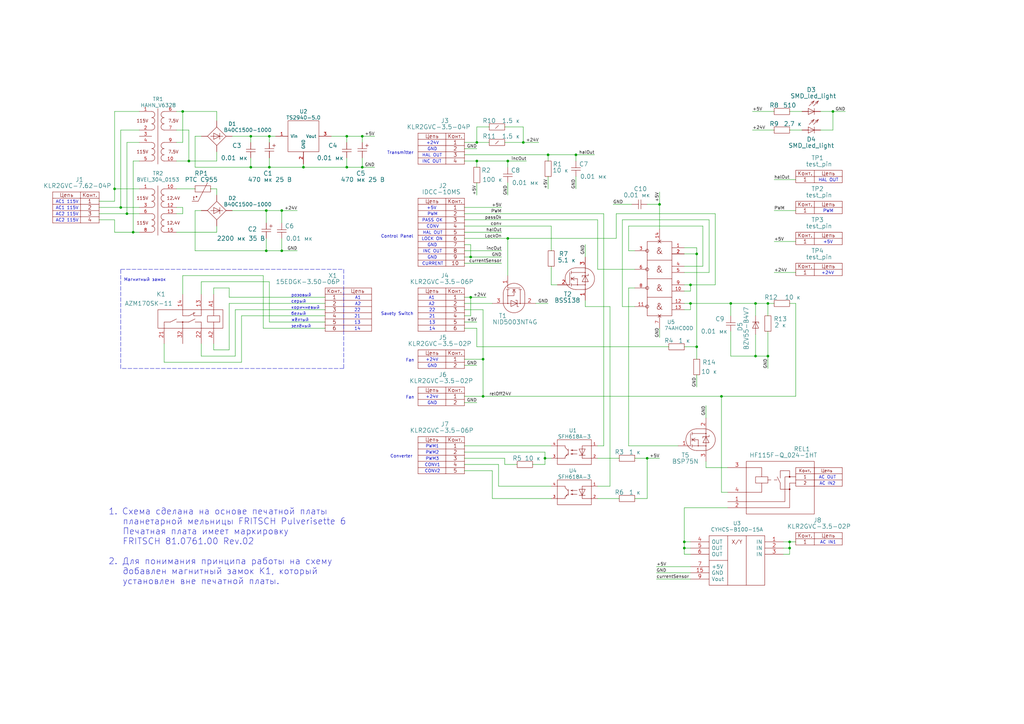
<source format=kicad_sch>
(kicad_sch (version 20211123) (generator eeschema)
  (paper "A3")
  (lib_symbols
    (symbol "IWrelays:AZM170SK-11" (pin_names (offset 1.016) hide)
      (property "Reference" "K" (at 8.89 8.89 0))
      (property "Value" "AZM170SK-11" (at 10.16 6.35 0))
      (symbol "AZM170SK-11_1_1"
        (pin passive line (at 0 -5.08 0) (length 7.62) (name "~") (number "13"))
        (pin passive line (at 0 -12.7 0) (length 7.62) (name "~") (number "14"))
        (pin passive line (at 20.32 -20.32 180) (length 7.62) (name "~") (number "21"))
        (pin passive line (at 20.32 -5.08 180) (length 7.62) (name "~") (number "22"))
        (pin passive line (at 20.32 -12.7 180) (length 7.62) (name "~") (number "32"))
        (pin passive line (at 0 0 0) (length 7.62) (name "~") (number "A1"))
        (pin passive line (at 20.32 0 180) (length 7.62) (name "~") (number "A2"))
      )
    )
    (symbol "IWrelays:HF115F-Q_0xx-1HT" (pin_names (offset 1.016) hide)
      (property "Reference" "K" (at 10.16 5.08 0))
      (property "Value" "HF115F-Q_0xx-1HT" (at 11.43 2.54 0))
      (symbol "HF115F-Q_0xx-1HT_0_0"
        (text "1" (at -3.81 -6.35 0) (effects (font (size 1.27 1.27))))
        (text "2" (at -3.81 -8.89 0) (effects (font (size 1.27 1.27))))
        (text "Конт." (at -3.81 -3.81 0) (effects (font (size 1.27 1.27))))
        (text "Цепь" (at -12.7 -3.81 0) (effects (font (size 1.27 1.27))))
      )
      (symbol "HF115F-Q_0xx-1HT_1_1"
        (pin passive line (at 27.94 -16.51 180) (length 7.62) (name "~") (number "1"))
        (pin passive line (at 27.94 -19.05 180) (length 7.62) (name "~") (number "2"))
        (pin passive line (at 27.94 -2.54 180) (length 7.62) (name "~") (number "3"))
        (pin passive line (at 27.94 -12.7 180) (length 7.62) (name "~") (number "4"))
      )
    )
    (symbol "IWsensors:CYHCS-B100" (pin_names (offset 1.016))
      (property "Reference" "DA" (at 11.43 5.08 0))
      (property "Value" "CYHCS-B100" (at 11.43 2.54 0))
      (symbol "CYHCS-B100_0_0"
        (text "X/Y" (at 11.43 -2.54 0) (effects (font (size 1.524 1.524))))
        (pin input line (at -7.62 -2.54 0) (length 7.62) (name "IN") (number "1"))
        (pin passive line (at 30.48 -15.24 180) (length 7.62) (name "GND") (number "15"))
        (pin input line (at -7.62 -5.08 0) (length 7.62) (name "IN") (number "2"))
        (pin input line (at -7.62 -7.62 0) (length 7.62) (name "IN") (number "3"))
        (pin input line (at 30.48 -2.54 180) (length 7.62) (name "OUT") (number "4"))
        (pin input line (at 30.48 -5.08 180) (length 7.62) (name "OUT") (number "5"))
        (pin input line (at 30.48 -7.62 180) (length 7.62) (name "OUT") (number "6"))
        (pin power_in line (at 30.48 -12.7 180) (length 7.62) (name "+5V") (number "7"))
        (pin output line (at 30.48 -17.78 180) (length 7.62) (name "Vout") (number "9"))
      )
    )
    (symbol "LFcapitors:CAPITORS" (pin_numbers hide) (pin_names (offset 1.016))
      (property "Reference" "C" (at 3.175 6.985 0))
      (property "Value" "CAPITORS" (at 3.175 4.445 0))
      (symbol "CAPITORS_1_1"
        (pin passive line (at 0 0 0) (length 2.4892) (name "~") (number "1"))
        (pin passive line (at 6.35 0 180) (length 2.794) (name "~") (number "2"))
      )
    )
    (symbol "LFcapitors:CAPITORS_ELECTROLYTIC" (pin_numbers hide) (pin_names (offset 1.016))
      (property "Reference" "C" (at 3.175 6.985 0))
      (property "Value" "CAPITORS_ELECTROLYTIC" (at 3.175 4.445 0))
      (symbol "CAPITORS_ELECTROLYTIC_1_1"
        (pin passive line (at 0 0 0) (length 2.4892) (name "~") (number "1"))
        (pin passive line (at 6.35 0 180) (length 2.794) (name "~") (number "2"))
      )
    )
    (symbol "LFcomponents:74AHC00D" (pin_names (offset 1.016))
      (property "Reference" "DD" (at 15.24 5.08 0))
      (property "Value" "74AHC00D" (at 13.97 2.54 0))
      (symbol "74AHC00D_0_0"
        (text "&" (at 5.08 -26.67 0) (effects (font (size 2.54 2.54))))
        (text "&" (at 5.08 -19.05 0) (effects (font (size 2.54 2.54))))
        (text "&" (at 5.08 -11.43 0) (effects (font (size 2.54 2.54))))
        (text "&" (at 5.08 -3.81 0) (effects (font (size 2.54 2.54))))
      )
      (symbol "74AHC00D_1_1"
        (pin passive line (at -5.08 -2.54 0) (length 5.08) (name "~") (number "1"))
        (pin passive line (at -5.08 -20.32 0) (length 5.08) (name "~") (number "10"))
        (pin passive line (at 15.24 -26.67 180) (length 5.08) (name "~") (number "11"))
        (pin passive line (at -5.08 -25.4 0) (length 5.08) (name "~") (number "12"))
        (pin passive line (at -5.08 -27.94 0) (length 5.08) (name "~") (number "13"))
        (pin passive line (at 5.08 5.08 270) (length 5.08) (name "~") (number "14"))
        (pin passive line (at -5.08 -5.08 0) (length 5.08) (name "~") (number "2"))
        (pin passive line (at -5.08 -5.08 0) (length 5.08) (name "~") (number "2"))
        (pin passive line (at 15.24 -3.81 180) (length 5.08) (name "~") (number "3"))
        (pin passive line (at -5.08 -10.16 0) (length 5.08) (name "~") (number "4"))
        (pin passive line (at -5.08 -12.7 0) (length 5.08) (name "~") (number "5"))
        (pin passive line (at 15.24 -11.43 180) (length 5.08) (name "~") (number "6"))
        (pin passive line (at 5.08 -35.56 90) (length 5.08) (name "~") (number "7"))
        (pin passive line (at 15.24 -19.05 180) (length 5.08) (name "~") (number "8"))
        (pin passive line (at -5.08 -17.78 0) (length 5.08) (name "~") (number "9"))
      )
    )
    (symbol "LFcomponents:7805" (pin_names (offset 1.016))
      (property "Reference" "DA" (at 8.89 3.81 0))
      (property "Value" "7805" (at 8.89 1.27 0))
      (symbol "7805_1_1"
        (pin passive line (at -5.08 -6.35 0) (length 5.08) (name "Vin") (number "1"))
        (pin passive line (at 6.35 -17.78 90) (length 5.08) (name "GND") (number "2"))
        (pin passive line (at 17.78 -6.35 180) (length 5.08) (name "Vout") (number "3"))
      )
    )
    (symbol "LFcomponents:TLP521-1" (pin_names (offset 1.016))
      (property "Reference" "DA" (at 8.89 6.35 0))
      (property "Value" "TLP521-1" (at 8.89 3.81 0))
      (symbol "TLP521-1_1_1"
        (pin passive line (at 0 0 0) (length 2.54) (name "~") (number "1"))
        (pin passive line (at 0 -5.08 0) (length 2.54) (name "~") (number "2"))
        (pin passive line (at 19.05 -5.08 180) (length 2.54) (name "~") (number "3"))
        (pin passive line (at 19.05 0 180) (length 2.54) (name "~") (number "4"))
      )
    )
    (symbol "LFconnectors:connector_10pin_gost" (pin_numbers hide) (pin_names (offset 1.016) hide)
      (property "Reference" "X" (at 6.985 7.62 0))
      (property "Value" "connector_10pin_gost" (at -1.27 5.08 0))
      (symbol "connector_10pin_gost_0_0"
        (text "1" (at 3.81 0 0) (effects (font (size 1.524 1.524))))
        (text "10" (at 3.81 -22.86 0) (effects (font (size 1.524 1.524))))
        (text "2" (at 3.81 -2.54 0) (effects (font (size 1.524 1.524))))
        (text "3" (at 3.81 -5.08 0) (effects (font (size 1.524 1.524))))
        (text "4" (at 3.81 -7.62 0) (effects (font (size 1.524 1.524))))
        (text "5" (at 3.81 -10.16 0) (effects (font (size 1.524 1.524))))
        (text "6" (at 3.81 -12.7 0) (effects (font (size 1.524 1.524))))
        (text "7" (at 3.81 -15.24 0) (effects (font (size 1.524 1.524))))
        (text "8" (at 3.81 -17.78 0) (effects (font (size 1.524 1.524))))
        (text "9" (at 3.81 -20.32 0) (effects (font (size 1.524 1.524))))
        (text "Конт." (at 3.81 2.54 0) (effects (font (size 1.524 1.524))))
        (text "Цепь" (at 13.335 2.54 0) (effects (font (size 1.524 1.524))))
      )
      (symbol "connector_10pin_gost_1_1"
        (pin passive line (at 0 0 0) (length 0) (name "~") (number "1"))
        (pin passive line (at 0 -22.86 0) (length 0) (name "~") (number "10"))
        (pin passive line (at 0 -2.54 0) (length 0) (name "~") (number "2"))
        (pin passive line (at 0 -5.08 0) (length 0) (name "~") (number "3"))
        (pin passive line (at 0 -7.62 0) (length 0) (name "~") (number "4"))
        (pin passive line (at 0 -10.16 0) (length 0) (name "~") (number "5"))
        (pin passive line (at 0 -12.7 0) (length 0) (name "~") (number "6"))
        (pin passive line (at 0 -15.24 0) (length 0) (name "~") (number "7"))
        (pin passive line (at 0 -17.78 0) (length 0) (name "~") (number "8"))
        (pin passive line (at 0 -20.32 0) (length 0) (name "~") (number "9"))
      )
    )
    (symbol "LFconnectors:connector_1pin_gost" (pin_numbers hide) (pin_names (offset 1.016) hide)
      (property "Reference" "X" (at 6.985 7.62 0))
      (property "Value" "connector_1pin_gost" (at -1.27 5.08 0))
      (symbol "connector_1pin_gost_0_0"
        (text "1" (at 3.81 0 0) (effects (font (size 1.524 1.524))))
        (text "Конт." (at 3.81 2.54 0) (effects (font (size 1.524 1.524))))
        (text "Цепь" (at 13.335 2.54 0) (effects (font (size 1.524 1.524))))
      )
      (symbol "connector_1pin_gost_1_1"
        (pin passive line (at 0 0 0) (length 0) (name "~") (number "1"))
      )
    )
    (symbol "LFconnectors:connector_2pin_gost" (pin_numbers hide) (pin_names (offset 1.016) hide)
      (property "Reference" "X" (at 6.985 7.62 0))
      (property "Value" "connector_2pin_gost" (at -1.27 5.08 0))
      (symbol "connector_2pin_gost_0_0"
        (text "1" (at 3.81 0 0) (effects (font (size 1.524 1.524))))
        (text "2" (at 3.81 -2.54 0) (effects (font (size 1.524 1.524))))
        (text "Конт." (at 3.81 2.54 0) (effects (font (size 1.524 1.524))))
        (text "Цепь" (at 13.335 2.54 0) (effects (font (size 1.524 1.524))))
      )
      (symbol "connector_2pin_gost_1_1"
        (pin passive line (at 0 0 0) (length 0) (name "~") (number "1"))
        (pin passive line (at 0 -2.54 0) (length 0) (name "~") (number "2"))
      )
    )
    (symbol "LFconnectors:connector_4pin_gost" (pin_numbers hide) (pin_names (offset 1.016) hide)
      (property "Reference" "X" (at 6.985 7.62 0))
      (property "Value" "connector_4pin_gost" (at -1.27 5.08 0))
      (symbol "connector_4pin_gost_0_0"
        (text "1" (at 3.81 0 0) (effects (font (size 1.524 1.524))))
        (text "2" (at 3.81 -2.54 0) (effects (font (size 1.524 1.524))))
        (text "3" (at 3.81 -5.08 0) (effects (font (size 1.524 1.524))))
        (text "4" (at 3.81 -7.62 0) (effects (font (size 1.524 1.524))))
        (text "Конт." (at 3.81 2.54 0) (effects (font (size 1.524 1.524))))
        (text "Цепь" (at 13.335 2.54 0) (effects (font (size 1.524 1.524))))
      )
      (symbol "connector_4pin_gost_1_1"
        (pin passive line (at 0 0 0) (length 0) (name "~") (number "1"))
        (pin passive line (at 0 -2.54 0) (length 0) (name "~") (number "2"))
        (pin passive line (at 0 -5.08 0) (length 0) (name "~") (number "3"))
        (pin passive line (at 0 -7.62 0) (length 0) (name "~") (number "4"))
      )
    )
    (symbol "LFconnectors:connector_5pin_gost" (pin_numbers hide) (pin_names (offset 1.016) hide)
      (property "Reference" "X" (at 6.985 7.62 0))
      (property "Value" "connector_5pin_gost" (at -1.27 5.08 0))
      (symbol "connector_5pin_gost_0_0"
        (text "1" (at 3.81 0 0) (effects (font (size 1.524 1.524))))
        (text "2" (at 3.81 -2.54 0) (effects (font (size 1.524 1.524))))
        (text "3" (at 3.81 -5.08 0) (effects (font (size 1.524 1.524))))
        (text "4" (at 3.81 -7.62 0) (effects (font (size 1.524 1.524))))
        (text "5" (at 3.81 -10.16 0) (effects (font (size 1.524 1.524))))
        (text "Конт." (at 3.81 2.54 0) (effects (font (size 1.524 1.524))))
        (text "Цепь" (at 13.335 2.54 0) (effects (font (size 1.524 1.524))))
      )
      (symbol "connector_5pin_gost_1_1"
        (pin passive line (at 0 0 0) (length 0) (name "~") (number "1"))
        (pin passive line (at 0 -2.54 0) (length 0) (name "~") (number "2"))
        (pin passive line (at 0 -5.08 0) (length 0) (name "~") (number "3"))
        (pin passive line (at 0 -7.62 0) (length 0) (name "~") (number "4"))
        (pin passive line (at 0 -10.16 0) (length 0) (name "~") (number "5"))
      )
    )
    (symbol "LFconnectors:connector_6pin_gost" (pin_numbers hide) (pin_names (offset 1.016) hide)
      (property "Reference" "X" (at 6.985 7.62 0))
      (property "Value" "connector_6pin_gost" (at -1.27 5.08 0))
      (symbol "connector_6pin_gost_0_0"
        (text "1" (at 3.81 0 0) (effects (font (size 1.524 1.524))))
        (text "2" (at 3.81 -2.54 0) (effects (font (size 1.524 1.524))))
        (text "3" (at 3.81 -5.08 0) (effects (font (size 1.524 1.524))))
        (text "4" (at 3.81 -7.62 0) (effects (font (size 1.524 1.524))))
        (text "5" (at 3.81 -10.16 0) (effects (font (size 1.524 1.524))))
        (text "6" (at 3.81 -12.7 0) (effects (font (size 1.524 1.524))))
        (text "Конт." (at 3.81 2.54 0) (effects (font (size 1.524 1.524))))
        (text "Цепь" (at 13.335 2.54 0) (effects (font (size 1.524 1.524))))
      )
      (symbol "connector_6pin_gost_1_1"
        (pin passive line (at 0 0 0) (length 0) (name "~") (number "1"))
        (pin passive line (at 0 -2.54 0) (length 0) (name "~") (number "2"))
        (pin passive line (at 0 -5.08 0) (length 0) (name "~") (number "3"))
        (pin passive line (at 0 -7.62 0) (length 0) (name "~") (number "4"))
        (pin passive line (at 0 -10.16 0) (length 0) (name "~") (number "5"))
        (pin passive line (at 0 -12.7 0) (length 0) (name "~") (number "6"))
      )
    )
    (symbol "LFdiod:DIODE_LIGHT" (pin_numbers hide) (pin_names (offset 1.016))
      (property "Reference" "VD" (at 3.81 10.16 0))
      (property "Value" "DIODE_LIGHT" (at 3.81 7.62 0))
      (symbol "DIODE_LIGHT_1_1"
        (pin passive line (at 0 0 0) (length 2.54) (name "~") (number "1"))
        (pin passive line (at 7.62 0 180) (length 2.54) (name "~") (number "2"))
      )
    )
    (symbol "LFdiod:DIOD_MOST" (pin_numbers hide) (pin_names (offset 1.016))
      (property "Reference" "V" (at -2.54 6.35 0))
      (property "Value" "DIOD_MOST" (at -1.905 3.81 0))
      (symbol "DIOD_MOST_1_1"
        (pin passive line (at 0 0 0) (length 2.54) (name "~") (number "1"))
        (pin passive line (at 12.7 0 180) (length 2.54) (name "~") (number "2"))
        (pin input line (at 6.35 6.35 270) (length 2.54) (name "~") (number "3"))
        (pin input line (at 6.35 -6.35 90) (length 2.54) (name "~") (number "4"))
      )
    )
    (symbol "LFdiod:STABILITRON" (pin_numbers hide) (pin_names (offset 1.016))
      (property "Reference" "VD" (at 5.08 6.35 0))
      (property "Value" "STABILITRON" (at 5.08 3.81 0))
      (symbol "STABILITRON_1_1"
        (pin passive line (at 0 0 0) (length 2.54) (name "~") (number "1"))
        (pin passive line (at 7.62 0 180) (length 2.54) (name "~") (number "2"))
      )
    )
    (symbol "LFresistor:RESISTOR" (pin_numbers hide)
      (property "Reference" "R" (at 3.81 5.08 0))
      (property "Value" "RESISTOR" (at 3.81 2.54 0))
      (property "Datasheet" "AmpliOp.sch" (at 0 0 0))
      (symbol "RESISTOR_1_1"
        (pin passive line (at 0 0 0) (length 0) (name "~") (number "1"))
        (pin passive line (at 6.35 0 180) (length 0) (name "~") (number "2"))
      )
    )
    (symbol "LFresistor:RESISTOR_0_25W" (pin_numbers hide)
      (property "Reference" "R" (at 3.81 5.08 0))
      (property "Value" "RESISTOR_0_25W" (at 3.81 2.54 0))
      (property "Datasheet" "AmpliOp.sch" (at 0 0 0))
      (symbol "RESISTOR_0_25W_1_1"
        (pin passive line (at 0 0 0) (length 0) (name "~") (number "1"))
        (pin passive line (at 6.35 0 180) (length 0) (name "~") (number "2"))
      )
    )
    (symbol "LFresistor:TERMISTOR" (pin_numbers hide)
      (property "Reference" "RU" (at 3.175 6.985 0))
      (property "Value" "TERMISTOR" (at 3.81 3.81 0))
      (symbol "TERMISTOR_0_0"
        (text "t°" (at 0 -3.81 0) (effects (font (size 1.524 1.524) italic)))
      )
      (symbol "TERMISTOR_1_1"
        (pin passive line (at 0 0 0) (length 0) (name "~") (number "1"))
        (pin passive line (at 6.35 0 180) (length 0) (name "~") (number "2"))
      )
    )
    (symbol "LFtransformator:BVEI_304_0153" (pin_names (offset 0))
      (property "Reference" "TV" (at 5.08 10.16 0))
      (property "Value" "BVEI_304_0153" (at 5.08 7.62 0))
      (symbol "BVEI_304_0153_0_0"
        (text "115V" (at -1.27 -8.89 0) (effects (font (size 1.27 1.27))))
        (text "115V" (at -1.27 1.27 0) (effects (font (size 1.27 1.27))))
        (text "12.4V" (at 11.43 -8.89 0) (effects (font (size 1.27 1.27))))
        (text "12.4V" (at 11.43 1.27 0) (effects (font (size 1.27 1.27))))
      )
      (symbol "BVEI_304_0153_1_1"
        (pin input line (at -2.54 5.08 0) (length 5.08) (name "~") (number "1"))
        (pin output line (at 12.7 5.08 180) (length 5.08) (name "~") (number "10"))
        (pin output line (at 12.7 -2.54 180) (length 5.08) (name "~") (number "12"))
        (pin output line (at 12.7 -5.08 180) (length 5.08) (name "~") (number "13"))
        (pin output line (at 12.7 -12.7 180) (length 5.08) (name "~") (number "15"))
        (pin input line (at -2.54 -2.54 0) (length 5.08) (name "~") (number "3"))
        (pin input line (at -2.54 -5.08 0) (length 5.08) (name "~") (number "6"))
        (pin input line (at -2.54 -12.7 0) (length 5.08) (name "~") (number "8"))
      )
    )
    (symbol "LFtransformator:HAHN_V6328" (pin_names (offset 0))
      (property "Reference" "TV" (at 5.08 10.16 0))
      (property "Value" "HAHN_V6328" (at 5.08 7.62 0))
      (symbol "HAHN_V6328_0_0"
        (text "115V" (at -1.27 -11.43 0) (effects (font (size 1.27 1.27))))
        (text "115V" (at -1.27 1.27 0) (effects (font (size 1.27 1.27))))
        (text "7.5V" (at 11.43 -11.43 0) (effects (font (size 1.27 1.27))))
        (text "7.5V" (at 11.43 1.27 0) (effects (font (size 1.27 1.27))))
      )
      (symbol "HAHN_V6328_1_1"
        (pin input line (at -2.54 5.08 0) (length 5.08) (name "~") (number "1"))
        (pin output line (at 12.7 -15.24 180) (length 5.08) (name "~") (number "10"))
        (pin input line (at -2.54 -2.54 0) (length 5.08) (name "~") (number "2"))
        (pin passive line (at -2.54 -5.08 0) (length 5.08) (name "~") (number "3"))
        (pin input line (at -2.54 -7.62 0) (length 5.08) (name "~") (number "4"))
        (pin input line (at -2.54 -15.24 0) (length 5.08) (name "~") (number "5"))
        (pin output line (at 12.7 5.08 180) (length 5.08) (name "~") (number "6"))
        (pin output line (at 12.7 -2.54 180) (length 5.08) (name "~") (number "7"))
        (pin output line (at 12.7 -7.62 180) (length 5.08) (name "~") (number "9"))
      )
    )
    (symbol "LFtransistor:BSS138"
      (property "Reference" "VT" (at 3.81 11.43 0))
      (property "Value" "BSS138" (at 3.81 8.89 0))
      (symbol "BSS138_0_0"
        (pin output line (at 11.43 -6.35 90) (length 5.08) (name "~") (number "1"))
        (pin input line (at 0 0 0) (length 5.08) (name "~") (number "2"))
        (pin input line (at 11.43 11.43 270) (length 5.08) (name "~") (number "3"))
      )
    )
    (symbol "LFtransistor:IRLZ44"
      (property "Reference" "VT" (at 3.81 11.43 0))
      (property "Value" "IRLZ44" (at 3.81 8.89 0))
      (symbol "IRLZ44_0_0"
        (pin input line (at 0 0 0) (length 5.08) (name "~") (number "1"))
        (pin input line (at 11.43 11.43 270) (length 5.08) (name "~") (number "2"))
        (pin input line (at 11.43 -6.35 90) (length 5.08) (name "~") (number "3"))
      )
    )
  )
  (junction (at 314.96 124.46))
  (junction (at 285.75 142.24))
  (junction (at 115.57 102.87))
  (junction (at 280.67 224.79))
  (junction (at 110.49 68.58))
  (junction (at 224.79 63.5))
  (junction (at 198.12 147.32))
  (junction (at 314.96 146.05))
  (junction (at 341.63 45.72))
  (junction (at 110.49 55.88))
  (junction (at 285.75 104.14))
  (junction (at 195.58 58.42))
  (junction (at 52.07 87.63))
  (junction (at 283.21 124.46))
  (junction (at 270.51 83.82))
  (junction (at 49.53 85.09))
  (junction (at 214.63 58.42))
  (junction (at 77.47 66.04))
  (junction (at 283.21 116.84))
  (junction (at 295.91 162.56))
  (junction (at 223.52 187.96))
  (junction (at 280.67 222.25))
  (junction (at 142.24 68.58))
  (junction (at 102.87 68.58))
  (junction (at 124.46 68.58))
  (junction (at 46.99 77.47))
  (junction (at 299.72 124.46))
  (junction (at 115.57 86.36))
  (junction (at 309.88 124.46))
  (junction (at 198.12 162.56))
  (junction (at 265.43 187.96))
  (junction (at 109.22 86.36))
  (junction (at 323.85 222.25))
  (junction (at 74.93 45.72))
  (junction (at 102.87 55.88))
  (junction (at 208.28 66.04))
  (junction (at 193.04 105.41))
  (junction (at 208.28 97.79))
  (junction (at 148.59 55.88))
  (junction (at 323.85 224.79))
  (junction (at 109.22 102.87))
  (junction (at 193.04 121.92))
  (junction (at 148.59 68.58))
  (junction (at 309.88 146.05))
  (junction (at 195.58 66.04))
  (junction (at 142.24 55.88))
  (junction (at 236.22 63.5))
  (junction (at 54.61 95.25))
  (wire (pts (xy 309.88 124.46) (xy 309.88 129.54)))
  (wire (pts (xy 214.63 58.42) (xy 207.01 58.42)))
  (wire (pts (xy 87.63 140.97) (xy 87.63 143.51)))
  (wire (pts (xy 198.12 127) (xy 198.12 147.32)))
  (wire (pts (xy 283.21 124.46) (xy 299.72 124.46)))
  (wire (pts (xy 280.67 116.84) (xy 283.21 116.84)))
  (wire (pts (xy 265.43 83.82) (xy 270.51 83.82)))
  (wire (pts (xy 265.43 204.47) (xy 265.43 187.96)))
  (wire (pts (xy 280.67 142.24) (xy 285.75 142.24)))
  (wire (pts (xy 274.32 142.24) (xy 195.58 142.24)))
  (wire (pts (xy 252.73 87.63) (xy 293.37 87.63)))
  (wire (pts (xy 208.28 74.93) (xy 208.28 80.01)))
  (wire (pts (xy 326.39 222.25) (xy 323.85 222.25)))
  (wire (pts (xy 190.5 100.33) (xy 193.04 100.33)))
  (wire (pts (xy 72.39 77.47) (xy 80.01 77.47)))
  (wire (pts (xy 193.04 121.92) (xy 199.39 121.92)))
  (wire (pts (xy 207.01 190.5) (xy 212.09 190.5)))
  (wire (pts (xy 299.72 135.89) (xy 299.72 146.05)))
  (wire (pts (xy 74.93 113.03) (xy 107.95 113.03)))
  (wire (pts (xy 245.11 90.17) (xy 245.11 110.49)))
  (wire (pts (xy 308.61 45.72) (xy 317.5 45.72)))
  (wire (pts (xy 283.21 227.33) (xy 280.67 227.33)))
  (wire (pts (xy 224.79 72.39) (xy 224.79 77.47)))
  (wire (pts (xy 341.63 45.72) (xy 341.63 53.34)))
  (wire (pts (xy 80.01 68.58) (xy 102.87 68.58)))
  (wire (pts (xy 214.63 52.07) (xy 214.63 58.42)))
  (wire (pts (xy 240.03 105.41) (xy 240.03 100.33)))
  (wire (pts (xy 289.56 189.23) (xy 289.56 191.77)))
  (wire (pts (xy 102.87 55.88) (xy 110.49 55.88)))
  (wire (pts (xy 207.01 52.07) (xy 214.63 52.07)))
  (wire (pts (xy 190.5 129.54) (xy 193.04 129.54)))
  (wire (pts (xy 67.31 148.59) (xy 99.06 148.59)))
  (wire (pts (xy 250.19 199.39) (xy 245.11 199.39)))
  (wire (pts (xy 193.04 121.92) (xy 193.04 129.54)))
  (wire (pts (xy 49.53 53.34) (xy 49.53 85.09)))
  (polyline (pts (xy 140.97 151.13) (xy 49.53 151.13)))
  (wire (pts (xy 148.59 68.58) (xy 153.67 68.58)))
  (wire (pts (xy 299.72 124.46) (xy 309.88 124.46)))
  (wire (pts (xy 309.88 137.16) (xy 309.88 146.05)))
  (wire (pts (xy 102.87 68.58) (xy 110.49 68.58)))
  (wire (pts (xy 198.12 147.32) (xy 190.5 147.32)))
  (polyline (pts (xy 140.97 110.49) (xy 140.97 151.13)))
  (wire (pts (xy 110.49 132.08) (xy 133.35 132.08)))
  (wire (pts (xy 207.01 187.96) (xy 207.01 190.5)))
  (wire (pts (xy 240.03 125.73) (xy 250.19 125.73)))
  (wire (pts (xy 190.5 187.96) (xy 207.01 187.96)))
  (wire (pts (xy 57.15 66.04) (xy 54.61 66.04)))
  (wire (pts (xy 280.67 127) (xy 283.21 127)))
  (wire (pts (xy 54.61 66.04) (xy 54.61 95.25)))
  (wire (pts (xy 124.46 68.58) (xy 142.24 68.58)))
  (wire (pts (xy 245.11 110.49) (xy 260.35 110.49)))
  (wire (pts (xy 109.22 97.79) (xy 109.22 102.87)))
  (wire (pts (xy 95.25 86.36) (xy 109.22 86.36)))
  (wire (pts (xy 109.22 86.36) (xy 115.57 86.36)))
  (wire (pts (xy 133.35 127) (xy 96.52 127)))
  (wire (pts (xy 82.55 146.05) (xy 96.52 146.05)))
  (wire (pts (xy 201.93 204.47) (xy 226.06 204.47)))
  (wire (pts (xy 323.85 224.79) (xy 323.85 227.33)))
  (wire (pts (xy 57.15 58.42) (xy 52.07 58.42)))
  (wire (pts (xy 190.5 102.87) (xy 205.74 102.87)))
  (wire (pts (xy 190.5 85.09) (xy 205.74 85.09)))
  (wire (pts (xy 283.21 116.84) (xy 283.21 119.38)))
  (wire (pts (xy 208.28 97.79) (xy 252.73 97.79)))
  (wire (pts (xy 54.61 95.25) (xy 57.15 95.25)))
  (wire (pts (xy 317.5 111.76) (xy 326.39 111.76)))
  (wire (pts (xy 88.9 92.71) (xy 88.9 95.25)))
  (wire (pts (xy 74.93 120.65) (xy 74.93 113.03)))
  (wire (pts (xy 293.37 87.63) (xy 293.37 116.84)))
  (wire (pts (xy 323.85 222.25) (xy 321.31 222.25)))
  (wire (pts (xy 115.57 86.36) (xy 121.92 86.36)))
  (wire (pts (xy 285.75 101.6) (xy 280.67 101.6)))
  (wire (pts (xy 72.39 53.34) (xy 77.47 53.34)))
  (wire (pts (xy 250.19 125.73) (xy 250.19 199.39)))
  (wire (pts (xy 49.53 85.09) (xy 57.15 85.09)))
  (wire (pts (xy 323.85 227.33) (xy 321.31 227.33)))
  (wire (pts (xy 285.75 153.67) (xy 285.75 158.75)))
  (wire (pts (xy 293.37 116.84) (xy 283.21 116.84)))
  (wire (pts (xy 317.5 86.36) (xy 326.39 86.36)))
  (wire (pts (xy 67.31 140.97) (xy 67.31 148.59)))
  (wire (pts (xy 260.35 118.11) (xy 257.81 118.11)))
  (wire (pts (xy 86.36 77.47) (xy 88.9 77.47)))
  (wire (pts (xy 289.56 171.45) (xy 289.56 166.37)))
  (wire (pts (xy 40.64 87.63) (xy 52.07 87.63)))
  (wire (pts (xy 87.63 143.51) (xy 93.98 143.51)))
  (wire (pts (xy 96.52 127) (xy 96.52 146.05)))
  (wire (pts (xy 142.24 68.58) (xy 148.59 68.58)))
  (polyline (pts (xy 49.53 110.49) (xy 140.97 110.49)))
  (wire (pts (xy 193.04 105.41) (xy 190.5 105.41)))
  (wire (pts (xy 314.96 124.46) (xy 317.5 124.46)))
  (wire (pts (xy 290.83 90.17) (xy 255.27 90.17)))
  (wire (pts (xy 110.49 115.57) (xy 110.49 132.08)))
  (wire (pts (xy 133.35 124.46) (xy 93.98 124.46)))
  (wire (pts (xy 109.22 86.36) (xy 109.22 91.44)))
  (wire (pts (xy 323.85 45.72) (xy 328.93 45.72)))
  (wire (pts (xy 46.99 77.47) (xy 57.15 77.47)))
  (wire (pts (xy 102.87 55.88) (xy 102.87 58.42)))
  (wire (pts (xy 88.9 77.47) (xy 88.9 80.01)))
  (wire (pts (xy 52.07 58.42) (xy 52.07 87.63)))
  (wire (pts (xy 88.9 95.25) (xy 72.39 95.25)))
  (wire (pts (xy 148.59 58.42) (xy 148.59 55.88)))
  (wire (pts (xy 190.5 165.1) (xy 195.58 165.1)))
  (wire (pts (xy 110.49 68.58) (xy 124.46 68.58)))
  (wire (pts (xy 190.5 124.46) (xy 201.93 124.46)))
  (wire (pts (xy 285.75 142.24) (xy 285.75 147.32)))
  (wire (pts (xy 77.47 53.34) (xy 77.47 66.04)))
  (wire (pts (xy 283.21 222.25) (xy 280.67 222.25)))
  (wire (pts (xy 236.22 63.5) (xy 243.84 63.5)))
  (wire (pts (xy 82.55 55.88) (xy 80.01 55.88)))
  (wire (pts (xy 314.96 135.89) (xy 314.96 146.05)))
  (wire (pts (xy 336.55 53.34) (xy 341.63 53.34)))
  (wire (pts (xy 110.49 55.88) (xy 110.49 58.42)))
  (wire (pts (xy 257.81 102.87) (xy 257.81 92.71)))
  (wire (pts (xy 224.79 63.5) (xy 224.79 66.04)))
  (wire (pts (xy 295.91 162.56) (xy 295.91 201.93)))
  (wire (pts (xy 280.67 224.79) (xy 280.67 222.25)))
  (wire (pts (xy 190.5 92.71) (xy 226.06 92.71)))
  (wire (pts (xy 265.43 187.96) (xy 260.35 187.96)))
  (wire (pts (xy 201.93 193.04) (xy 201.93 204.47)))
  (wire (pts (xy 289.56 191.77) (xy 298.45 191.77)))
  (wire (pts (xy 280.67 119.38) (xy 283.21 119.38)))
  (wire (pts (xy 115.57 97.79) (xy 115.57 102.87)))
  (wire (pts (xy 87.63 118.11) (xy 93.98 118.11)))
  (wire (pts (xy 283.21 237.49) (xy 269.24 237.49)))
  (wire (pts (xy 280.67 227.33) (xy 280.67 224.79)))
  (wire (pts (xy 142.24 64.77) (xy 142.24 68.58)))
  (wire (pts (xy 193.04 100.33) (xy 193.04 105.41)))
  (wire (pts (xy 82.55 86.36) (xy 80.01 86.36)))
  (wire (pts (xy 46.99 95.25) (xy 54.61 95.25)))
  (wire (pts (xy 298.45 208.28) (xy 280.67 208.28)))
  (wire (pts (xy 283.21 234.95) (xy 269.24 234.95)))
  (wire (pts (xy 142.24 55.88) (xy 142.24 58.42)))
  (wire (pts (xy 198.12 162.56) (xy 295.91 162.56)))
  (wire (pts (xy 219.71 124.46) (xy 224.79 124.46)))
  (wire (pts (xy 314.96 146.05) (xy 314.96 151.13)))
  (wire (pts (xy 283.21 224.79) (xy 280.67 224.79)))
  (wire (pts (xy 190.5 58.42) (xy 195.58 58.42)))
  (wire (pts (xy 190.5 190.5) (xy 204.47 190.5)))
  (wire (pts (xy 236.22 72.39) (xy 236.22 77.47)))
  (wire (pts (xy 93.98 121.92) (xy 93.98 118.11)))
  (wire (pts (xy 255.27 125.73) (xy 260.35 125.73)))
  (wire (pts (xy 224.79 63.5) (xy 236.22 63.5)))
  (wire (pts (xy 285.75 142.24) (xy 285.75 104.14)))
  (wire (pts (xy 190.5 127) (xy 198.12 127)))
  (wire (pts (xy 257.81 182.88) (xy 278.13 182.88)))
  (wire (pts (xy 240.03 123.19) (xy 240.03 125.73)))
  (wire (pts (xy 88.9 45.72) (xy 88.9 49.53)))
  (wire (pts (xy 288.29 109.22) (xy 280.67 109.22)))
  (wire (pts (xy 190.5 90.17) (xy 245.11 90.17)))
  (wire (pts (xy 40.64 90.17) (xy 46.99 90.17)))
  (wire (pts (xy 148.59 55.88) (xy 142.24 55.88)))
  (wire (pts (xy 283.21 124.46) (xy 283.21 127)))
  (wire (pts (xy 72.39 85.09) (xy 74.93 85.09)))
  (wire (pts (xy 40.64 82.55) (xy 46.99 82.55)))
  (wire (pts (xy 195.58 52.07) (xy 195.58 58.42)))
  (wire (pts (xy 82.55 120.65) (xy 82.55 115.57)))
  (wire (pts (xy 93.98 124.46) (xy 93.98 143.51)))
  (wire (pts (xy 288.29 92.71) (xy 288.29 109.22)))
  (wire (pts (xy 270.51 78.74) (xy 270.51 83.82)))
  (wire (pts (xy 124.46 68.58) (xy 124.46 67.31)))
  (wire (pts (xy 82.55 115.57) (xy 110.49 115.57)))
  (wire (pts (xy 270.51 134.62) (xy 270.51 138.43)))
  (wire (pts (xy 80.01 86.36) (xy 80.01 102.87)))
  (wire (pts (xy 88.9 66.04) (xy 88.9 62.23)))
  (wire (pts (xy 46.99 77.47) (xy 46.99 45.72)))
  (wire (pts (xy 190.5 97.79) (xy 208.28 97.79)))
  (wire (pts (xy 200.66 52.07) (xy 195.58 52.07)))
  (wire (pts (xy 280.67 111.76) (xy 290.83 111.76)))
  (wire (pts (xy 195.58 142.24) (xy 195.58 134.62)))
  (wire (pts (xy 99.06 129.54) (xy 99.06 148.59)))
  (wire (pts (xy 133.35 129.54) (xy 99.06 129.54)))
  (wire (pts (xy 72.39 45.72) (xy 74.93 45.72)))
  (wire (pts (xy 135.89 55.88) (xy 142.24 55.88)))
  (wire (pts (xy 323.85 124.46) (xy 326.39 124.46)))
  (wire (pts (xy 265.43 187.96) (xy 270.51 187.96)))
  (wire (pts (xy 107.95 113.03) (xy 107.95 134.62)))
  (wire (pts (xy 190.5 149.86) (xy 195.58 149.86)))
  (wire (pts (xy 208.28 66.04) (xy 208.28 68.58)))
  (wire (pts (xy 115.57 102.87) (xy 121.92 102.87)))
  (wire (pts (xy 52.07 87.63) (xy 57.15 87.63)))
  (wire (pts (xy 190.5 107.95) (xy 205.74 107.95)))
  (wire (pts (xy 77.47 66.04) (xy 72.39 66.04)))
  (wire (pts (xy 190.5 63.5) (xy 224.79 63.5)))
  (wire (pts (xy 336.55 45.72) (xy 341.63 45.72)))
  (wire (pts (xy 308.61 53.34) (xy 317.5 53.34)))
  (wire (pts (xy 193.04 105.41) (xy 205.74 105.41)))
  (wire (pts (xy 208.28 97.79) (xy 208.28 113.03)))
  (wire (pts (xy 323.85 222.25) (xy 323.85 224.79)))
  (wire (pts (xy 110.49 55.88) (xy 113.03 55.88)))
  (wire (pts (xy 299.72 124.46) (xy 299.72 129.54)))
  (wire (pts (xy 190.5 193.04) (xy 201.93 193.04)))
  (wire (pts (xy 74.93 58.42) (xy 72.39 58.42)))
  (wire (pts (xy 314.96 129.54) (xy 314.96 124.46)))
  (wire (pts (xy 290.83 111.76) (xy 290.83 90.17)))
  (wire (pts (xy 341.63 45.72) (xy 346.71 45.72)))
  (wire (pts (xy 190.5 182.88) (xy 226.06 182.88)))
  (wire (pts (xy 223.52 185.42) (xy 223.52 187.96)))
  (wire (pts (xy 309.88 146.05) (xy 314.96 146.05)))
  (wire (pts (xy 190.5 134.62) (xy 195.58 134.62)))
  (wire (pts (xy 299.72 146.05) (xy 309.88 146.05)))
  (wire (pts (xy 80.01 102.87) (xy 109.22 102.87)))
  (wire (pts (xy 223.52 190.5) (xy 223.52 187.96)))
  (wire (pts (xy 195.58 58.42) (xy 200.66 58.42)))
  (wire (pts (xy 77.47 66.04) (xy 88.9 66.04)))
  (wire (pts (xy 74.93 45.72) (xy 88.9 45.72)))
  (wire (pts (xy 46.99 45.72) (xy 57.15 45.72)))
  (wire (pts (xy 298.45 201.93) (xy 295.91 201.93)))
  (wire (pts (xy 260.35 204.47) (xy 265.43 204.47)))
  (wire (pts (xy 190.5 87.63) (xy 247.65 87.63)))
  (wire (pts (xy 204.47 190.5) (xy 204.47 199.39)))
  (wire (pts (xy 190.5 60.96) (xy 195.58 60.96)))
  (wire (pts (xy 72.39 87.63) (xy 74.93 87.63)))
  (wire (pts (xy 195.58 66.04) (xy 208.28 66.04)))
  (wire (pts (xy 190.5 121.92) (xy 193.04 121.92)))
  (wire (pts (xy 190.5 132.08) (xy 195.58 132.08)))
  (wire (pts (xy 245.11 204.47) (xy 254 204.47)))
  (wire (pts (xy 226.06 92.71) (xy 226.06 102.87)))
  (wire (pts (xy 133.35 121.92) (xy 93.98 121.92)))
  (wire (pts (xy 295.91 162.56) (xy 326.39 162.56)))
  (wire (pts (xy 190.5 185.42) (xy 223.52 185.42)))
  (wire (pts (xy 247.65 87.63) (xy 247.65 182.88)))
  (wire (pts (xy 107.95 134.62) (xy 133.35 134.62)))
  (wire (pts (xy 317.5 99.06) (xy 326.39 99.06)))
  (polyline (pts (xy 49.53 151.13) (xy 49.53 110.49)))
  (wire (pts (xy 110.49 68.58) (xy 110.49 64.77)))
  (wire (pts (xy 323.85 224.79) (xy 321.31 224.79)))
  (wire (pts (xy 46.99 82.55) (xy 46.99 77.47)))
  (wire (pts (xy 74.93 45.72) (xy 74.93 58.42)))
  (wire (pts (xy 148.59 55.88) (xy 153.67 55.88)))
  (wire (pts (xy 95.25 55.88) (xy 102.87 55.88)))
  (wire (pts (xy 245.11 187.96) (xy 254 187.96)))
  (wire (pts (xy 247.65 182.88) (xy 245.11 182.88)))
  (wire (pts (xy 257.81 118.11) (xy 257.81 182.88)))
  (wire (pts (xy 208.28 66.04) (xy 215.9 66.04)))
  (wire (pts (xy 195.58 74.93) (xy 195.58 80.01)))
  (wire (pts (xy 148.59 68.58) (xy 148.59 64.77)))
  (wire (pts (xy 280.67 208.28) (xy 280.67 222.25)))
  (wire (pts (xy 323.85 53.34) (xy 328.93 53.34)))
  (wire (pts (xy 317.5 73.66) (xy 326.39 73.66)))
  (wire (pts (xy 326.39 162.56) (xy 326.39 124.46)))
  (wire (pts (xy 270.51 83.82) (xy 270.51 93.98)))
  (wire (pts (xy 87.63 120.65) (xy 87.63 118.11)))
  (wire (pts (xy 285.75 104.14) (xy 285.75 101.6)))
  (wire (pts (xy 198.12 147.32) (xy 198.12 162.56)))
  (wire (pts (xy 57.15 53.34) (xy 49.53 53.34)))
  (wire (pts (xy 236.22 63.5) (xy 236.22 66.04)))
  (wire (pts (xy 251.46 83.82) (xy 259.08 83.82)))
  (wire (pts (xy 260.35 102.87) (xy 257.81 102.87)))
  (wire (pts (xy 204.47 199.39) (xy 226.06 199.39)))
  (wire (pts (xy 309.88 124.46) (xy 314.96 124.46)))
  (wire (pts (xy 280.67 124.46) (xy 283.21 124.46)))
  (wire (pts (xy 80.01 55.88) (xy 80.01 68.58)))
  (wire (pts (xy 190.5 66.04) (xy 195.58 66.04)))
  (wire (pts (xy 257.81 92.71) (xy 288.29 92.71)))
  (wire (pts (xy 40.64 85.09) (xy 49.53 85.09)))
  (wire (pts (xy 190.5 95.25) (xy 205.74 95.25)))
  (wire (pts (xy 283.21 232.41) (xy 269.24 232.41)))
  (wire (pts (xy 115.57 102.87) (xy 109.22 102.87)))
  (wire (pts (xy 82.55 140.97) (xy 82.55 146.05)))
  (wire (pts (xy 195.58 66.04) (xy 195.58 68.58)))
  (wire (pts (xy 102.87 64.77) (xy 102.87 68.58)))
  (wire (pts (xy 198.12 162.56) (xy 190.5 162.56)))
  (wire (pts (xy 218.44 190.5) (xy 223.52 190.5)))
  (wire (pts (xy 280.67 104.14) (xy 285.75 104.14)))
  (wire (pts (xy 46.99 90.17) (xy 46.99 95.25)))
  (wire (pts (xy 252.73 97.79) (xy 252.73 87.63)))
  (wire (pts (xy 214.63 58.42) (xy 220.98 58.42)))
  (wire (pts (xy 223.52 187.96) (xy 226.06 187.96)))
  (wire (pts (xy 226.06 116.84) (xy 228.6 116.84)))
  (wire (pts (xy 226.06 109.22) (xy 226.06 116.84)))
  (wire (pts (xy 74.93 85.09) (xy 74.93 87.63)))
  (wire (pts (xy 255.27 90.17) (xy 255.27 125.73)))
  (wire (pts (xy 115.57 86.36) (xy 115.57 91.44)))
  (text "21" (at 178.562 130.556 180) (effects (font (size 1.27 1.27)) (justify right bottom)))
  (text "HAL OUT" (at 343.916 74.676 180) (effects (font (size 1.27 1.27)) (justify right bottom)))
  (text "A1" (at 145.542 122.936 0) (effects (font (size 1.27 1.27)) (justify left bottom)))
  (text "14" (at 178.562 135.636 180) (effects (font (size 1.27 1.27)) (justify right bottom)))
  (text "+5V" (at 179.07 86.106 180) (effects (font (size 1.27 1.27)) (justify right bottom)))
  (text "коричневый" (at 119.38 127 0) (effects (font (size 1.27 1.27)) (justify left bottom)))
  (text "серый" (at 119.38 124.46 0) (effects (font (size 1.27 1.27)) (justify left bottom)))
  (text "AC IN2" (at 336.042 199.136 0) (effects (font (size 1.27 1.27)) (justify left bottom)))
  (text "Transmitter" (at 158.75 63.5 0) (effects (font (size 1.27 1.27)) (justify left bottom)))
  (text "CONV1" (at 180.594 191.516 180) (effects (font (size 1.27 1.27)) (justify right bottom)))
  (text "PWM" (at 179.578 88.646 180) (effects (font (size 1.27 1.27)) (justify right bottom)))
  (text "A2" (at 145.542 125.476 0) (effects (font (size 1.27 1.27)) (justify left bottom)))
  (text "A2" (at 178.308 125.476 180) (effects (font (size 1.27 1.27)) (justify right bottom)))
  (text "GND" (at 179.324 166.116 180) (effects (font (size 1.27 1.27)) (justify right bottom)))
  (text "13" (at 178.562 133.096 180) (effects (font (size 1.27 1.27)) (justify right bottom)))
  (text "+24V" (at 179.832 148.336 180) (effects (font (size 1.27 1.27)) (justify right bottom)))
  (text "AC1 115V" (at 32.258 86.106 180) (effects (font (size 1.27 1.27)) (justify right bottom)))
  (text "GND" (at 179.324 101.346 180) (effects (font (size 1.27 1.27)) (justify right bottom)))
  (text "AC2 115V" (at 32.258 88.646 180) (effects (font (size 1.27 1.27)) (justify right bottom)))
  (text "зелёный" (at 119.38 134.62 0) (effects (font (size 1.27 1.27)) (justify left bottom)))
  (text "AC IN1" (at 336.296 223.266 0) (effects (font (size 1.27 1.27)) (justify left bottom)))
  (text "Fan" (at 166.37 148.59 0) (effects (font (size 1.27 1.27)) (justify left bottom)))
  (text "HAL OUT" (at 181.61 96.266 180) (effects (font (size 1.27 1.27)) (justify right bottom)))
  (text "Converter" (at 160.02 187.96 0) (effects (font (size 1.27 1.27)) (justify left bottom)))
  (text "GND" (at 179.324 150.876 180) (effects (font (size 1.27 1.27)) (justify right bottom)))
  (text "Savety Switch" (at 156.21 129.54 0) (effects (font (size 1.27 1.27)) (justify left bottom)))
  (text "+24V" (at 180.086 59.436 180) (effects (font (size 1.27 1.27)) (justify right bottom)))
  (text "13" (at 145.288 133.096 0) (effects (font (size 1.27 1.27)) (justify left bottom)))
  (text "Магнитный замок" (at 50.8 115.57 0) (effects (font (size 1.27 1.27)) (justify left bottom)))
  (text "22" (at 178.562 128.016 180) (effects (font (size 1.27 1.27)) (justify right bottom)))
  (text "PWM3" (at 180.086 188.976 180) (effects (font (size 1.27 1.27)) (justify right bottom)))
  (text "CONV2" (at 180.594 194.056 180) (effects (font (size 1.27 1.27)) (justify right bottom)))
  (text "AC1 115V" (at 32.258 83.566 180) (effects (font (size 1.27 1.27)) (justify right bottom)))
  (text "PWM" (at 341.884 87.376 180) (effects (font (size 1.27 1.27)) (justify right bottom)))
  (text "PWM1" (at 180.086 183.896 180) (effects (font (size 1.27 1.27)) (justify right bottom)))
  (text "HAL OUT" (at 181.356 64.516 180) (effects (font (size 1.27 1.27)) (justify right bottom)))
  (text "AC OUT" (at 335.788 196.596 0) (effects (font (size 1.27 1.27)) (justify left bottom)))
  (text "INC OUT" (at 181.102 67.056 180) (effects (font (size 1.27 1.27)) (justify right bottom)))
  (text "CURRENT" (at 181.864 108.966 180) (effects (font (size 1.27 1.27)) (justify right bottom)))
  (text "21" (at 145.288 130.556 0) (effects (font (size 1.27 1.27)) (justify left bottom)))
  (text "+24V" (at 179.832 163.576 180) (effects (font (size 1.27 1.27)) (justify right bottom)))
  (text "INC OUT" (at 181.356 103.886 180) (effects (font (size 1.27 1.27)) (justify right bottom)))
  (text "жёлтый" (at 119.38 132.08 0) (effects (font (size 1.27 1.27)) (justify left bottom)))
  (text "14" (at 145.288 135.636 0) (effects (font (size 1.27 1.27)) (justify left bottom)))
  (text "22" (at 145.288 128.016 0) (effects (font (size 1.27 1.27)) (justify left bottom)))
  (text "PWM2" (at 180.086 186.436 180) (effects (font (size 1.27 1.27)) (justify right bottom)))
  (text "A1" (at 178.308 122.936 180) (effects (font (size 1.27 1.27)) (justify right bottom)))
  (text "розовый" (at 119.38 121.92 0) (effects (font (size 1.27 1.27)) (justify left bottom)))
  (text "GND" (at 179.324 106.426 180) (effects (font (size 1.27 1.27)) (justify right bottom)))
  (text "LOCK ON" (at 181.61 98.806 180) (effects (font (size 1.27 1.27)) (justify right bottom)))
  (text "CONV" (at 180.086 93.726 180) (effects (font (size 1.27 1.27)) (justify right bottom)))
  (text "+5V" (at 341.63 100.076 180) (effects (font (size 1.27 1.27)) (justify right bottom)))
  (text "+24V" (at 342.138 112.776 180) (effects (font (size 1.27 1.27)) (justify right bottom)))
  (text "1. Схема сделана на основе печатной платы\n   планетарной мельницы FRITSCH Pulverisette 6\n   Печатная плата имеет маркировку\n   FRITSCH 81.0761.00 Rev.02\n\n2. Для понимания принципа работы на схему\n   добавлен магнитный замок K1, который\n   установлен вне печатной платы." (at 44.45 240.03 0) (effects (font (size 2.54 2.54)) (justify left bottom)))
  (text "AC2 115V" (at 32.258 91.186 180) (effects (font (size 1.27 1.27)) (justify right bottom)))
  (text "Fan" (at 166.37 163.83 0) (effects (font (size 1.27 1.27)) (justify left bottom)))
  (text "белый" (at 119.38 129.54 0) (effects (font (size 1.27 1.27)) (justify left bottom)))
  (text "Control Panel" (at 156.21 97.79 0) (effects (font (size 1.27 1.27)) (justify left bottom)))
  (text "PASS OK" (at 181.61 91.186 180) (effects (font (size 1.27 1.27)) (justify right bottom)))
  (text "GND" (at 179.324 61.976 180) (effects (font (size 1.27 1.27)) (justify right bottom)))
  (label "currentSensor" (at 205.74 107.95 180))
  (label "+5V" (at 153.67 55.88 180))
  (label "GND" (at 153.67 68.58 180))
  (label "GND" (at 269.24 234.95 0))
  (label "+24V" (at 199.39 121.92 180))
  (label "GND" (at 285.75 158.75 90))
  (label "GND" (at 205.74 105.41 180))
  (label "GND" (at 346.71 45.72 180))
  (label "PWM" (at 317.5 86.36 0))
  (label "+5V" (at 317.5 99.06 0))
  (label "halOut" (at 243.84 63.5 180))
  (label "GND" (at 236.22 77.47 90))
  (label "+5V" (at 195.58 132.08 180))
  (label "GND" (at 240.03 100.33 270))
  (label "GND" (at 195.58 60.96 180))
  (label "+5V" (at 270.51 78.74 270))
  (label "currentSensor" (at 269.24 237.49 0))
  (label "GND" (at 314.96 151.13 90))
  (label "+24V" (at 220.98 58.42 180))
  (label "+5V" (at 205.74 85.09 180))
  (label "+5V" (at 195.58 80.01 90))
  (label "GND" (at 224.79 124.46 180))
  (label "PWM" (at 205.74 87.63 180))
  (label "GND" (at 270.51 138.43 90))
  (label "LockOn" (at 205.74 97.79 180))
  (label "GND" (at 195.58 165.1 180))
  (label "+24V" (at 317.5 111.76 0))
  (label "+24V" (at 308.61 53.34 0))
  (label "halOut" (at 205.74 95.25 180))
  (label "incOut" (at 215.9 66.04 180))
  (label "conv" (at 205.74 92.71 180))
  (label "GND" (at 195.58 149.86 180))
  (label "halOut" (at 317.5 73.66 0))
  (label "GND" (at 208.28 80.01 90))
  (label "GND" (at 121.92 102.87 180))
  (label "relOff24V" (at 200.66 162.56 0))
  (label "passOk" (at 205.74 90.17 180))
  (label "GND" (at 289.56 166.37 270))
  (label "+5V" (at 269.24 232.41 0))
  (label "GND" (at 251.46 83.82 0))
  (label "+24V" (at 121.92 86.36 180))
  (label "+5V" (at 224.79 77.47 90))
  (label "incOut" (at 205.74 102.87 180))
  (label "+5V" (at 308.61 45.72 0))
  (label "+5V" (at 270.51 187.96 180))
  (symbol (lib_id "LFdiod:DIOD_MOST") (at 88.9 49.53 270) (unit 1)
    (property "Reference" "D1" (at 95.25 50.8 90) (effects (font (size 1.524 1.524))))
    (property "Value" "B40C1500-1000" (at 101.6 53.34 90) (effects (font (size 1.524 1.524))))
  )
  (symbol (lib_id "LFcomponents:TLP521-1") (at 245.11 182.88 0) (mirror y) (unit 1)
    (property "Reference" "U1" (at 234.95 176.53 0) (effects (font (size 1.524 1.524))))
    (property "Value" "SFH618A-3" (at 235.585 179.07 0) (effects (font (size 1.524 1.524))))
  )
  (symbol (lib_id "LFconnectors:connector_1pin_gost") (at 326.39 111.76 0) (unit 1)
    (property "Reference" "TP4" (at 335.28 102.87 0) (effects (font (size 1.8034 1.8034))))
    (property "Value" "test_pin" (at 335.915 105.41 0) (effects (font (size 1.8034 1.8034))))
  )
  (symbol (lib_id "LFcapitors:CAPITORS") (at 208.28 74.93 90) (unit 1)
    (property "Reference" "C8" (at 213.36 69.85 90) (effects (font (size 1.8034 1.8034)) (justify left)))
    (property "Value" "0.01 мк" (at 220.98 74.93 90) (effects (font (size 1.8034 1.8034)) (justify left)))
  )
  (symbol (lib_id "LFtransistor:IRLZ44") (at 208.28 113.03 270) (unit 1)
    (property "Reference" "T1" (at 204.47 129.54 90) (effects (font (size 1.8034 1.8034)) (justify left)))
    (property "Value" "NID5003NT4G" (at 201.93 132.08 90) (effects (font (size 1.8034 1.8034)) (justify left)))
  )
  (symbol (lib_id "LFresistor:RESISTOR") (at 226.06 109.22 90) (unit 1)
    (property "Reference" "R7" (at 231.14 104.14 90) (effects (font (size 1.8034 1.8034))))
    (property "Value" "5.1 к" (at 232.41 106.68 90) (effects (font (size 1.8034 1.8034))))
  )
  (symbol (lib_id "LFconnectors:connector_6pin_gost") (at 190.5 121.92 0) (mirror y) (unit 1)
    (property "Reference" "J4" (at 184.15 113.03 0) (effects (font (size 1.8034 1.8034)) (justify left)))
    (property "Value" "KLR2GVC-3.5-06P" (at 194.31 115.57 0) (effects (font (size 1.8034 1.8034)) (justify left)))
  )
  (symbol (lib_id "LFconnectors:connector_1pin_gost") (at 326.39 222.25 0) (unit 1)
    (property "Reference" "J8" (at 335.28 213.36 0) (effects (font (size 1.8034 1.8034))))
    (property "Value" "KLR2GVC-3.5-02P" (at 335.915 215.9 0) (effects (font (size 1.8034 1.8034))))
  )
  (symbol (lib_id "LFresistor:RESISTOR") (at 212.09 190.5 0) (unit 1)
    (property "Reference" "R5" (at 212.09 187.96 0) (effects (font (size 1.8034 1.8034))))
    (property "Value" "10 к" (at 218.44 187.96 0) (effects (font (size 1.8034 1.8034))))
  )
  (symbol (lib_id "LFresistor:RESISTOR") (at 274.32 142.24 0) (unit 1)
    (property "Reference" "R4" (at 274.32 139.7 0) (effects (font (size 1.8034 1.8034))))
    (property "Value" "1 к" (at 280.67 139.7 0) (effects (font (size 1.8034 1.8034))))
  )
  (symbol (lib_id "LFcomponents:74AHC00D") (at 275.59 99.06 0) (mirror y) (unit 1)
    (property "Reference" "U5" (at 276.86 132.08 0) (effects (font (size 1.524 1.524)) (justify left)))
    (property "Value" "74AHC00D" (at 284.48 134.62 0) (effects (font (size 1.524 1.524)) (justify left)))
  )
  (symbol (lib_id "LFdiod:DIOD_MOST") (at 88.9 80.01 270) (unit 1)
    (property "Reference" "D2" (at 95.25 81.28 90) (effects (font (size 1.524 1.524))))
    (property "Value" "B40C1500-1000" (at 101.6 83.82 90) (effects (font (size 1.524 1.524))))
  )
  (symbol (lib_id "IWrelays:AZM170SK-11") (at 87.63 120.65 270) (unit 1)
    (property "Reference" "K1" (at 66.04 120.65 90) (effects (font (size 1.778 1.778))))
    (property "Value" "AZM170SK-11" (at 60.96 124.46 90) (effects (font (size 1.778 1.778))))
  )
  (symbol (lib_id "LFresistor:RESISTOR") (at 314.96 135.89 90) (unit 1)
    (property "Reference" "R13" (at 320.04 130.81 90) (effects (font (size 1.8034 1.8034))))
    (property "Value" "2 к" (at 320.04 133.35 90) (effects (font (size 1.8034 1.8034))))
  )
  (symbol (lib_id "LFresistor:TERMISTOR") (at 80.01 77.47 0) (unit 1)
    (property "Reference" "RP1" (at 82.55 71.12 0) (effects (font (size 1.8034 1.8034))))
    (property "Value" "PTC C955" (at 82.55 73.66 0) (effects (font (size 1.8034 1.8034))))
  )
  (symbol (lib_id "LFconnectors:connector_1pin_gost") (at 326.39 86.36 0) (unit 1)
    (property "Reference" "TP2" (at 335.28 77.47 0) (effects (font (size 1.8034 1.8034))))
    (property "Value" "test_pin" (at 335.915 80.01 0) (effects (font (size 1.8034 1.8034))))
  )
  (symbol (lib_id "LFdiod:STABILITRON") (at 309.88 137.16 90) (unit 1)
    (property "Reference" "D5" (at 303.53 132.08 0) (effects (font (size 1.8034 1.8034)) (justify right)))
    (property "Value" "BZV55-B4V7" (at 306.07 125.73 0) (effects (font (size 1.8034 1.8034)) (justify right)))
  )
  (symbol (lib_id "LFtransistor:BSS138") (at 228.6 116.84 0) (unit 1)
    (property "Reference" "T2" (at 231.14 120.65 0) (effects (font (size 1.8034 1.8034)) (justify left)))
    (property "Value" "BSS138" (at 227.33 123.19 0) (effects (font (size 1.8034 1.8034)) (justify left)))
  )
  (symbol (lib_id "LFdiod:DIODE_LIGHT") (at 328.93 45.72 0) (unit 1)
    (property "Reference" "D3" (at 332.74 36.83 0) (effects (font (size 1.8034 1.8034))))
    (property "Value" "SMD_led_light" (at 333.5655 39.37 0) (effects (font (size 1.8034 1.8034))))
  )
  (symbol (lib_id "LFcomponents:TLP521-1") (at 245.11 199.39 0) (mirror y) (unit 1)
    (property "Reference" "U4" (at 234.95 193.04 0) (effects (font (size 1.524 1.524))))
    (property "Value" "SFH618A-3" (at 235.585 195.58 0) (effects (font (size 1.524 1.524))))
  )
  (symbol (lib_id "LFresistor:RESISTOR") (at 254 187.96 0) (unit 1)
    (property "Reference" "R3" (at 254 185.42 0) (effects (font (size 1.8034 1.8034))))
    (property "Value" "1 к" (at 260.35 185.42 0) (effects (font (size 1.8034 1.8034))))
  )
  (symbol (lib_id "IWrelays:HF115F-Q_0xx-1HT") (at 326.39 189.23 0) (mirror y) (unit 1)
    (property "Reference" "REL1" (at 328.93 184.15 0) (effects (font (size 1.778 1.778))))
    (property "Value" "HF115F-Q_024-1HT" (at 321.31 186.69 0) (effects (font (size 1.778 1.778))))
  )
  (symbol (lib_id "LFconnectors:connector_1pin_gost") (at 326.39 99.06 0) (unit 1)
    (property "Reference" "TP3" (at 335.28 90.17 0) (effects (font (size 1.8034 1.8034))))
    (property "Value" "test_pin" (at 335.915 92.71 0) (effects (font (size 1.8034 1.8034))))
  )
  (symbol (lib_id "LFconnectors:connector_10pin_gost") (at 190.5 85.09 0) (mirror y) (unit 1)
    (property "Reference" "J2" (at 181.61 76.2 0) (effects (font (size 1.8034 1.8034))))
    (property "Value" "IDCC-10MS" (at 180.975 78.74 0) (effects (font (size 1.8034 1.8034))))
  )
  (symbol (lib_id "LFcomponents:7805") (at 118.11 49.53 0) (unit 1)
    (property "Reference" "U2" (at 124.46 45.72 0) (effects (font (size 1.524 1.524))))
    (property "Value" "TS2940-5.0" (at 124.46 48.26 0) (effects (font (size 1.524 1.524))))
  )
  (symbol (lib_id "LFconnectors:connector_1pin_gost") (at 326.39 73.66 0) (unit 1)
    (property "Reference" "TP1" (at 335.28 64.77 0) (effects (font (size 1.8034 1.8034))))
    (property "Value" "test_pin" (at 335.915 67.31 0) (effects (font (size 1.8034 1.8034))))
  )
  (symbol (lib_id "LFresistor:RESISTOR_0_25W") (at 200.66 52.07 0) (unit 1)
    (property "Reference" "R10" (at 200.66 49.53 0) (effects (font (size 1.8034 1.8034))))
    (property "Value" "1.5 к" (at 209.55 49.53 0) (effects (font (size 1.8034 1.8034))))
  )
  (symbol (lib_id "IWsensors:CYHCS-B100") (at 313.69 219.71 0) (mirror y) (unit 1)
    (property "Reference" "U3" (at 302.26 214.63 0) (effects (font (size 1.524 1.524))))
    (property "Value" "CYHCS-B100-15A" (at 302.26 217.17 0) (effects (font (size 1.524 1.524))))
  )
  (symbol (lib_id "LFconnectors:connector_6pin_gost") (at 133.35 121.92 0) (unit 1)
    (property "Reference" "X1" (at 134.62 113.03 0) (effects (font (size 1.8034 1.8034)) (justify left)))
    (property "Value" "15EDGK-3.50-06P" (at 113.03 115.57 0) (effects (font (size 1.8034 1.8034)) (justify left)))
  )
  (symbol (lib_id "LFresistor:RESISTOR") (at 254 204.47 0) (unit 1)
    (property "Reference" "R6" (at 254 201.93 0) (effects (font (size 1.8034 1.8034))))
    (property "Value" "1 к" (at 260.35 201.93 0) (effects (font (size 1.8034 1.8034))))
  )
  (symbol (lib_id "LFresistor:RESISTOR") (at 317.5 45.72 0) (unit 1)
    (property "Reference" "R8" (at 317.5 43.18 0) (effects (font (size 1.8034 1.8034))))
    (property "Value" "510" (at 323.85 43.18 0) (effects (font (size 1.8034 1.8034))))
  )
  (symbol (lib_id "LFcapitors:CAPITORS") (at 236.22 72.39 90) (unit 1)
    (property "Reference" "C7" (at 241.3 67.31 90) (effects (font (size 1.8034 1.8034)) (justify left)))
    (property "Value" "0.01 мк" (at 248.92 72.39 90) (effects (font (size 1.8034 1.8034)) (justify left)))
  )
  (symbol (lib_id "LFcapitors:CAPITORS") (at 102.87 64.77 90) (unit 1)
    (property "Reference" "C3" (at 99.06 59.69 90) (effects (font (size 1.8034 1.8034)) (justify left)))
    (property "Value" "0.01 мк" (at 101.6 64.77 90) (effects (font (size 1.8034 1.8034)) (justify left)))
  )
  (symbol (lib_id "LFcapitors:CAPITORS_ELECTROLYTIC") (at 110.49 58.42 270) (unit 1)
    (property "Reference" "C1" (at 107.95 71.12 90) (effects (font (size 1.8034 1.8034)) (justify left)))
    (property "Value" "470 мк 25 В" (at 101.6 73.66 90) (effects (font (size 1.8034 1.8034)) (justify left)))
  )
  (symbol (lib_id "LFcapitors:CAPITORS") (at 142.24 64.77 90) (unit 1)
    (property "Reference" "C4" (at 138.43 59.69 90) (effects (font (size 1.8034 1.8034)) (justify left)))
    (property "Value" "0.01 мк" (at 140.97 64.77 90) (effects (font (size 1.8034 1.8034)) (justify left)))
  )
  (symbol (lib_id "LFtransformator:HAHN_V6328") (at 59.69 50.8 0) (unit 1)
    (property "Reference" "TR1" (at 64.77 40.64 0) (effects (font (size 1.524 1.524))))
    (property "Value" "HAHN_V6328" (at 64.9212 43.18 0) (effects (font (size 1.524 1.524))))
  )
  (symbol (lib_id "LFtransformator:BVEI_304_0153") (at 59.69 82.55 0) (unit 1)
    (property "Reference" "TR2" (at 64.77 71.12 0) (effects (font (size 1.524 1.524))))
    (property "Value" "BVEI_304_0153" (at 64.77 73.66 0) (effects (font (size 1.524 1.524))))
  )
  (symbol (lib_id "LFresistor:RESISTOR") (at 317.5 53.34 0) (unit 1)
    (property "Reference" "R9" (at 317.5 50.8 0) (effects (font (size 1.8034 1.8034))))
    (property "Value" "2.7 к" (at 325.12 50.8 0) (effects (font (size 1.8034 1.8034))))
  )
  (symbol (lib_id "LFcapitors:CAPITORS") (at 265.43 83.82 180) (unit 1)
    (property "Reference" "C10" (at 265.43 77.47 0) (effects (font (size 1.8034 1.8034)) (justify left)))
    (property "Value" "0.01 мк" (at 266.7 80.01 0) (effects (font (size 1.8034 1.8034)) (justify left)))
  )
  (symbol (lib_id "LFtransistor:IRLZ44") (at 278.13 182.88 0) (unit 1)
    (property "Reference" "T5" (at 279.4 186.69 0) (effects (font (size 1.8034 1.8034)) (justify left)))
    (property "Value" "BSP75N" (at 275.59 189.23 0) (effects (font (size 1.8034 1.8034)) (justify left)))
  )
  (symbol (lib_id "LFresistor:RESISTOR") (at 224.79 72.39 90) (unit 1)
    (property "Reference" "R1" (at 228.6 67.31 90) (effects (font (size 1.8034 1.8034))))
    (property "Value" "10 к" (at 229.87 69.85 90) (effects (font (size 1.8034 1.8034))))
  )
  (symbol (lib_id "LFresistor:RESISTOR") (at 195.58 74.93 90) (unit 1)
    (property "Reference" "R2" (at 199.39 69.85 90) (effects (font (size 1.8034 1.8034))))
    (property "Value" "100 к" (at 201.93 73.66 90) (effects (font (size 1.8034 1.8034))))
  )
  (symbol (lib_id "LFcapitors:CAPITORS_ELECTROLYTIC") (at 109.22 91.44 270) (unit 1)
    (property "Reference" "C2" (at 101.6 93.98 90) (effects (font (size 1.8034 1.8034)) (justify left)))
    (property "Value" "2200 мк 35 В" (at 88.9 97.79 90) (effects (font (size 1.8034 1.8034)) (justify left)))
  )
  (symbol (lib_id "LFconnectors:connector_5pin_gost") (at 190.5 182.88 0) (mirror y) (unit 1)
    (property "Reference" "J7" (at 184.15 173.99 0) (effects (font (size 1.8034 1.8034)) (justify left)))
    (property "Value" "KLR2GVC-3.5-06P" (at 194.31 176.53 0) (effects (font (size 1.8034 1.8034)) (justify left)))
  )
  (symbol (lib_id "LFresistor:RESISTOR_0_25W") (at 200.66 58.42 0) (unit 1)
    (property "Reference" "R11" (at 200.66 55.88 0) (effects (font (size 1.8034 1.8034))))
    (property "Value" "1.5 к" (at 209.55 55.88 0) (effects (font (size 1.8034 1.8034))))
  )
  (symbol (lib_id "LFresistor:RESISTOR") (at 285.75 153.67 90) (unit 1)
    (property "Reference" "R14" (at 290.83 148.59 90) (effects (font (size 1.8034 1.8034))))
    (property "Value" "10 к" (at 290.83 152.4 90) (effects (font (size 1.8034 1.8034))))
  )
  (symbol (lib_id "LFcapitors:CAPITORS") (at 115.57 97.79 90) (unit 1)
    (property "Reference" "C6" (at 120.65 92.71 90) (effects (font (size 1.8034 1.8034)) (justify left)))
    (property "Value" "0.01 мк" (at 128.27 97.79 90) (effects (font (size 1.8034 1.8034)) (justify left)))
  )
  (symbol (lib_id "LFdiod:DIODE_LIGHT") (at 328.93 53.34 0) (unit 1)
    (property "Reference" "D4" (at 332.74 57.15 0) (effects (font (size 1.8034 1.8034))))
    (property "Value" "SMD_led_light" (at 332.74 59.69 0) (effects (font (size 1.8034 1.8034))))
  )
  (symbol (lib_id "LFconnectors:connector_2pin_gost") (at 190.5 162.56 0) (mirror y) (unit 1)
    (property "Reference" "J6" (at 181.61 153.67 0) (effects (font (size 1.8034 1.8034))))
    (property "Value" "KLR2GVC-3.5-02P" (at 180.975 156.21 0) (effects (font (size 1.8034 1.8034))))
  )
  (symbol (lib_id "LFcapitors:CAPITORS_ELECTROLYTIC") (at 148.59 58.42 270) (unit 1)
    (property "Reference" "C5" (at 146.05 71.12 90) (effects (font (size 1.8034 1.8034)) (justify left)))
    (property "Value" "470 мк 25 В" (at 139.7 73.66 90) (effects (font (size 1.8034 1.8034)) (justify left)))
  )
  (symbol (lib_id "LFconnectors:connector_4pin_gost") (at 40.64 82.55 0) (mirror y) (unit 1)
    (property "Reference" "J1" (at 34.29 73.66 0) (effects (font (size 1.8034 1.8034)) (justify left)))
    (property "Value" "KLR2GVC-7.62-04P" (at 45.72 76.2 0) (effects (font (size 1.8034 1.8034)) (justify left)))
  )
  (symbol (lib_id "LFcapitors:CAPITORS") (at 299.72 135.89 90) (unit 1)
    (property "Reference" "C9" (at 297.18 130.81 90) (effects (font (size 1.8034 1.8034)) (justify left)))
    (property "Value" "0.01 мк" (at 298.45 135.89 90) (effects (font (size 1.8034 1.8034)) (justify left)))
  )
  (symbol (lib_id "LFresistor:RESISTOR") (at 317.5 124.46 0) (unit 1)
    (property "Reference" "R12" (at 316.23 121.92 0) (effects (font (size 1.8034 1.8034))))
    (property "Value" "10 к" (at 325.12 121.92 0) (effects (font (size 1.8034 1.8034))))
  )
  (symbol (lib_id "LFconnectors:connector_4pin_gost") (at 190.5 58.42 0) (mirror y) (unit 1)
    (property "Reference" "J3" (at 184.15 49.53 0) (effects (font (size 1.8034 1.8034)) (justify left)))
    (property "Value" "KLR2GVC-3.5-04P" (at 193.04 52.07 0) (effects (font (size 1.8034 1.8034)) (justify left)))
  )
  (symbol (lib_id "LFconnectors:connector_2pin_gost") (at 190.5 147.32 0) (mirror y) (unit 1)
    (property "Reference" "J5" (at 181.61 138.43 0) (effects (font (size 1.8034 1.8034))))
    (property "Value" "KLR2GVC-3.5-02P" (at 180.34 140.97 0) (effects (font (size 1.8034 1.8034))))
  )
)
</source>
